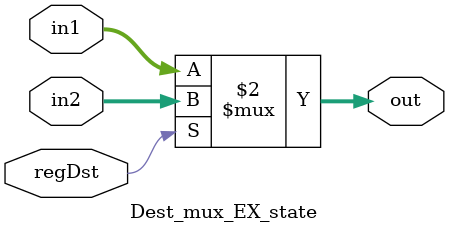
<source format=v>
module Dest_mux_EX_state( in1, in2, out ,regDst
    );

input[4:0] in1,in2;
input regDst;
output [4:0] out;

assign out = 	(regDst == 1'b0) ? in1 : in2;
endmodule

</source>
